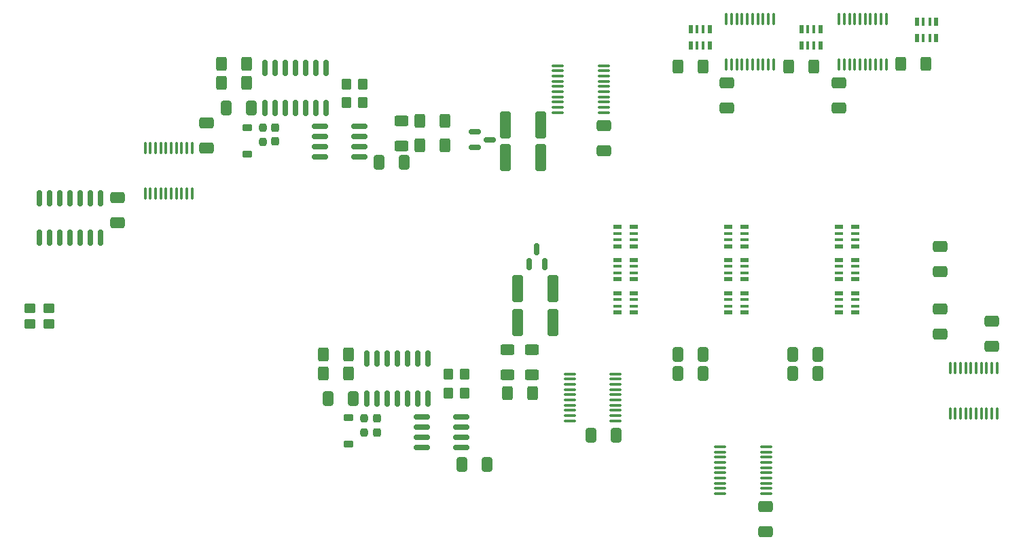
<source format=gbr>
%TF.GenerationSoftware,KiCad,Pcbnew,7.0.9*%
%TF.CreationDate,2024-01-13T22:18:07+01:00*%
%TF.ProjectId,HUB75HAT,48554237-3548-4415-942e-6b696361645f,rev?*%
%TF.SameCoordinates,Original*%
%TF.FileFunction,Paste,Bot*%
%TF.FilePolarity,Positive*%
%FSLAX46Y46*%
G04 Gerber Fmt 4.6, Leading zero omitted, Abs format (unit mm)*
G04 Created by KiCad (PCBNEW 7.0.9) date 2024-01-13 22:18:07*
%MOMM*%
%LPD*%
G01*
G04 APERTURE LIST*
G04 Aperture macros list*
%AMRoundRect*
0 Rectangle with rounded corners*
0 $1 Rounding radius*
0 $2 $3 $4 $5 $6 $7 $8 $9 X,Y pos of 4 corners*
0 Add a 4 corners polygon primitive as box body*
4,1,4,$2,$3,$4,$5,$6,$7,$8,$9,$2,$3,0*
0 Add four circle primitives for the rounded corners*
1,1,$1+$1,$2,$3*
1,1,$1+$1,$4,$5*
1,1,$1+$1,$6,$7*
1,1,$1+$1,$8,$9*
0 Add four rect primitives between the rounded corners*
20,1,$1+$1,$2,$3,$4,$5,0*
20,1,$1+$1,$4,$5,$6,$7,0*
20,1,$1+$1,$6,$7,$8,$9,0*
20,1,$1+$1,$8,$9,$2,$3,0*%
G04 Aperture macros list end*
%ADD10R,1.000000X0.500000*%
%ADD11R,1.000000X0.400000*%
%ADD12RoundRect,0.250000X-0.400000X-1.450000X0.400000X-1.450000X0.400000X1.450000X-0.400000X1.450000X0*%
%ADD13R,0.500000X1.000000*%
%ADD14R,0.400000X1.000000*%
%ADD15RoundRect,0.250000X-0.650000X0.412500X-0.650000X-0.412500X0.650000X-0.412500X0.650000X0.412500X0*%
%ADD16RoundRect,0.225000X0.375000X-0.225000X0.375000X0.225000X-0.375000X0.225000X-0.375000X-0.225000X0*%
%ADD17RoundRect,0.250000X0.625000X-0.400000X0.625000X0.400000X-0.625000X0.400000X-0.625000X-0.400000X0*%
%ADD18RoundRect,0.150000X0.150000X-0.825000X0.150000X0.825000X-0.150000X0.825000X-0.150000X-0.825000X0*%
%ADD19RoundRect,0.250000X-0.400000X-0.625000X0.400000X-0.625000X0.400000X0.625000X-0.400000X0.625000X0*%
%ADD20RoundRect,0.250000X0.412500X0.650000X-0.412500X0.650000X-0.412500X-0.650000X0.412500X-0.650000X0*%
%ADD21RoundRect,0.250000X-0.412500X-0.650000X0.412500X-0.650000X0.412500X0.650000X-0.412500X0.650000X0*%
%ADD22RoundRect,0.250000X-0.350000X-0.450000X0.350000X-0.450000X0.350000X0.450000X-0.350000X0.450000X0*%
%ADD23RoundRect,0.250000X-0.625000X0.400000X-0.625000X-0.400000X0.625000X-0.400000X0.625000X0.400000X0*%
%ADD24RoundRect,0.237500X0.237500X-0.250000X0.237500X0.250000X-0.237500X0.250000X-0.237500X-0.250000X0*%
%ADD25RoundRect,0.250000X0.650000X-0.412500X0.650000X0.412500X-0.650000X0.412500X-0.650000X-0.412500X0*%
%ADD26RoundRect,0.100000X-0.637500X-0.100000X0.637500X-0.100000X0.637500X0.100000X-0.637500X0.100000X0*%
%ADD27RoundRect,0.250000X0.400000X0.625000X-0.400000X0.625000X-0.400000X-0.625000X0.400000X-0.625000X0*%
%ADD28RoundRect,0.250000X0.400000X1.450000X-0.400000X1.450000X-0.400000X-1.450000X0.400000X-1.450000X0*%
%ADD29RoundRect,0.237500X-0.237500X0.300000X-0.237500X-0.300000X0.237500X-0.300000X0.237500X0.300000X0*%
%ADD30RoundRect,0.150000X-0.150000X0.825000X-0.150000X-0.825000X0.150000X-0.825000X0.150000X0.825000X0*%
%ADD31RoundRect,0.150000X0.150000X-0.587500X0.150000X0.587500X-0.150000X0.587500X-0.150000X-0.587500X0*%
%ADD32RoundRect,0.100000X-0.100000X0.637500X-0.100000X-0.637500X0.100000X-0.637500X0.100000X0.637500X0*%
%ADD33RoundRect,0.100000X0.100000X-0.637500X0.100000X0.637500X-0.100000X0.637500X-0.100000X-0.637500X0*%
%ADD34RoundRect,0.250000X-0.450000X0.350000X-0.450000X-0.350000X0.450000X-0.350000X0.450000X0.350000X0*%
%ADD35RoundRect,0.150000X-0.587500X-0.150000X0.587500X-0.150000X0.587500X0.150000X-0.587500X0.150000X0*%
%ADD36RoundRect,0.150000X-0.825000X-0.150000X0.825000X-0.150000X0.825000X0.150000X-0.825000X0.150000X0*%
G04 APERTURE END LIST*
D10*
%TO.C,RN9*%
X95877000Y46710400D03*
D11*
X95877000Y45910400D03*
X95877000Y45110400D03*
D10*
X95877000Y44310400D03*
X93877000Y44310400D03*
D11*
X93877000Y45110400D03*
X93877000Y45910400D03*
D10*
X93877000Y46710400D03*
%TD*%
D12*
%TO.C,F3*%
X81401000Y34817000D03*
X85851000Y34817000D03*
%TD*%
D13*
%TO.C,RN4*%
X133594000Y70316800D03*
D14*
X132794000Y70316800D03*
X131994000Y70316800D03*
D13*
X131194000Y70316800D03*
X131194000Y72316800D03*
D14*
X131994000Y72316800D03*
X132794000Y72316800D03*
D13*
X133594000Y72316800D03*
%TD*%
D15*
%TO.C,C16*%
X112328000Y11868500D03*
X112328000Y8743500D03*
%TD*%
D16*
%TO.C,D4*%
X47710400Y55824800D03*
X47710400Y59124800D03*
%TD*%
D12*
%TO.C,F1*%
X79877000Y55376400D03*
X84327000Y55376400D03*
%TD*%
D10*
%TO.C,RN11*%
X95877000Y38480800D03*
D11*
X95877000Y37680800D03*
X95877000Y36880800D03*
D10*
X95877000Y36080800D03*
X93877000Y36080800D03*
D11*
X93877000Y36880800D03*
X93877000Y37680800D03*
D10*
X93877000Y38480800D03*
%TD*%
D17*
%TO.C,R11*%
X66912800Y56863600D03*
X66912800Y59963600D03*
%TD*%
D15*
%TO.C,C20*%
X121472000Y64700500D03*
X121472000Y61575500D03*
%TD*%
D18*
%TO.C,U7*%
X29422400Y45386400D03*
X28152400Y45386400D03*
X26882400Y45386400D03*
X25612400Y45386400D03*
X24342400Y45386400D03*
X23072400Y45386400D03*
X21802400Y45386400D03*
X21802400Y50336400D03*
X23072400Y50336400D03*
X24342400Y50336400D03*
X25612400Y50336400D03*
X26882400Y50336400D03*
X28152400Y50336400D03*
X29422400Y50336400D03*
%TD*%
D13*
%TO.C,RN12*%
X105360800Y69351600D03*
D14*
X104560800Y69351600D03*
X103760800Y69351600D03*
D13*
X102960800Y69351600D03*
X102960800Y71351600D03*
D14*
X103760800Y71351600D03*
X104560800Y71351600D03*
D13*
X105360800Y71351600D03*
%TD*%
D19*
%TO.C,R6*%
X44534800Y64712800D03*
X47634800Y64712800D03*
%TD*%
D20*
%TO.C,C13*%
X60956900Y25342800D03*
X57831900Y25342800D03*
%TD*%
D21*
%TO.C,C14*%
X74443500Y17113200D03*
X77568500Y17113200D03*
%TD*%
D10*
%TO.C,RN5*%
X109683000Y46710400D03*
D11*
X109683000Y45910400D03*
X109683000Y45110400D03*
D10*
X109683000Y44310400D03*
X107683000Y44310400D03*
D11*
X107683000Y45110400D03*
X107683000Y45910400D03*
D10*
X107683000Y46710400D03*
%TD*%
D19*
%TO.C,R16*%
X57234800Y28492400D03*
X60334800Y28492400D03*
%TD*%
D22*
%TO.C,R14*%
X72770800Y28340000D03*
X74770800Y28340000D03*
%TD*%
D19*
%TO.C,R5*%
X101417600Y66694000D03*
X104517600Y66694000D03*
%TD*%
D23*
%TO.C,R19*%
X80171600Y31414000D03*
X80171600Y28314000D03*
%TD*%
D21*
%TO.C,C6*%
X101418300Y30829200D03*
X104543300Y30829200D03*
%TD*%
D15*
%TO.C,C7*%
X31505200Y50362600D03*
X31505200Y47237600D03*
%TD*%
D24*
%TO.C,R8*%
X49691600Y57296000D03*
X49691600Y59121000D03*
%TD*%
D25*
%TO.C,C1*%
X134045000Y41128500D03*
X134045000Y44253500D03*
%TD*%
D21*
%TO.C,C3*%
X115680800Y28441600D03*
X118805800Y28441600D03*
%TD*%
D26*
%TO.C,U5*%
X86420000Y60986000D03*
X86420000Y61636000D03*
X86420000Y62286000D03*
X86420000Y62936000D03*
X86420000Y63586000D03*
X86420000Y64236000D03*
X86420000Y64886000D03*
X86420000Y65536000D03*
X86420000Y66186000D03*
X86420000Y66836000D03*
X92145000Y66836000D03*
X92145000Y66186000D03*
X92145000Y65536000D03*
X92145000Y64886000D03*
X92145000Y64236000D03*
X92145000Y63586000D03*
X92145000Y62936000D03*
X92145000Y62286000D03*
X92145000Y61636000D03*
X92145000Y60986000D03*
%TD*%
D10*
%TO.C,RN10*%
X95877000Y42595600D03*
D11*
X95877000Y41795600D03*
X95877000Y40995600D03*
D10*
X95877000Y40195600D03*
X93877000Y40195600D03*
D11*
X93877000Y40995600D03*
X93877000Y41795600D03*
D10*
X93877000Y42595600D03*
%TD*%
D13*
%TO.C,RN8*%
X119166800Y69351600D03*
D14*
X118366800Y69351600D03*
X117566800Y69351600D03*
D13*
X116766800Y69351600D03*
X116766800Y71351600D03*
D14*
X117566800Y71351600D03*
X118366800Y71351600D03*
D13*
X119166800Y71351600D03*
%TD*%
D27*
%TO.C,R10*%
X72323600Y59937600D03*
X69223600Y59937600D03*
%TD*%
%TO.C,R21*%
X83245600Y26003200D03*
X80145600Y26003200D03*
%TD*%
D19*
%TO.C,R18*%
X57234800Y30829200D03*
X60334800Y30829200D03*
%TD*%
D28*
%TO.C,F4*%
X85851000Y39008000D03*
X81401000Y39008000D03*
%TD*%
D29*
%TO.C,C15*%
X63864800Y22853600D03*
X63864800Y21128600D03*
%TD*%
D21*
%TO.C,C12*%
X64131100Y54756000D03*
X67256100Y54756000D03*
%TD*%
D30*
%TO.C,U9*%
X49945600Y66527400D03*
X51215600Y66527400D03*
X52485600Y66527400D03*
X53755600Y66527400D03*
X55025600Y66527400D03*
X56295600Y66527400D03*
X57565600Y66527400D03*
X57565600Y61577400D03*
X56295600Y61577400D03*
X55025600Y61577400D03*
X53755600Y61577400D03*
X52485600Y61577400D03*
X51215600Y61577400D03*
X49945600Y61577400D03*
%TD*%
D15*
%TO.C,C19*%
X107502000Y64700500D03*
X107502000Y61575500D03*
%TD*%
D22*
%TO.C,R13*%
X60070800Y62223600D03*
X62070800Y62223600D03*
%TD*%
D28*
%TO.C,F2*%
X84327000Y59455000D03*
X79877000Y59455000D03*
%TD*%
D25*
%TO.C,C2*%
X134082000Y33381500D03*
X134082000Y36506500D03*
%TD*%
D30*
%TO.C,U11*%
X62645600Y30307000D03*
X63915600Y30307000D03*
X65185600Y30307000D03*
X66455600Y30307000D03*
X67725600Y30307000D03*
X68995600Y30307000D03*
X70265600Y30307000D03*
X70265600Y25357000D03*
X68995600Y25357000D03*
X67725600Y25357000D03*
X66455600Y25357000D03*
X65185600Y25357000D03*
X63915600Y25357000D03*
X62645600Y25357000D03*
%TD*%
D24*
%TO.C,R17*%
X62290000Y21079400D03*
X62290000Y22904400D03*
%TD*%
D10*
%TO.C,RN1*%
X123488000Y46710400D03*
D11*
X123488000Y45910400D03*
X123488000Y45110400D03*
D10*
X123488000Y44310400D03*
X121488000Y44310400D03*
D11*
X121488000Y45110400D03*
X121488000Y45910400D03*
D10*
X121488000Y46710400D03*
%TD*%
D16*
%TO.C,D10*%
X60308800Y19628800D03*
X60308800Y22928800D03*
%TD*%
D31*
%TO.C,D11*%
X84764000Y42056000D03*
X82864000Y42056000D03*
X83814000Y43931000D03*
%TD*%
D26*
%TO.C,U6*%
X87893200Y22559200D03*
X87893200Y23209200D03*
X87893200Y23859200D03*
X87893200Y24509200D03*
X87893200Y25159200D03*
X87893200Y25809200D03*
X87893200Y26459200D03*
X87893200Y27109200D03*
X87893200Y27759200D03*
X87893200Y28409200D03*
X93618200Y28409200D03*
X93618200Y27759200D03*
X93618200Y27109200D03*
X93618200Y26459200D03*
X93618200Y25809200D03*
X93618200Y25159200D03*
X93618200Y24509200D03*
X93618200Y23859200D03*
X93618200Y23209200D03*
X93618200Y22559200D03*
%TD*%
%TO.C,U4*%
X106671500Y13477000D03*
X106671500Y14127000D03*
X106671500Y14777000D03*
X106671500Y15427000D03*
X106671500Y16077000D03*
X106671500Y16727000D03*
X106671500Y17377000D03*
X106671500Y18027000D03*
X106671500Y18677000D03*
X106671500Y19327000D03*
X112396500Y19327000D03*
X112396500Y18677000D03*
X112396500Y18027000D03*
X112396500Y17377000D03*
X112396500Y16727000D03*
X112396500Y16077000D03*
X112396500Y15427000D03*
X112396500Y14777000D03*
X112396500Y14127000D03*
X112396500Y13477000D03*
%TD*%
D22*
%TO.C,R12*%
X60070800Y64560400D03*
X62070800Y64560400D03*
%TD*%
D19*
%TO.C,R7*%
X44534800Y67049600D03*
X47634800Y67049600D03*
%TD*%
D15*
%TO.C,C9*%
X92135000Y59366500D03*
X92135000Y56241500D03*
%TD*%
D32*
%TO.C,U3*%
X107442000Y72673000D03*
X108092000Y72673000D03*
X108742000Y72673000D03*
X109392000Y72673000D03*
X110042000Y72673000D03*
X110692000Y72673000D03*
X111342000Y72673000D03*
X111992000Y72673000D03*
X112642000Y72673000D03*
X113292000Y72673000D03*
X113292000Y66948000D03*
X112642000Y66948000D03*
X111992000Y66948000D03*
X111342000Y66948000D03*
X110692000Y66948000D03*
X110042000Y66948000D03*
X109392000Y66948000D03*
X108742000Y66948000D03*
X108092000Y66948000D03*
X107442000Y66948000D03*
%TD*%
%TO.C,U2*%
X121494000Y72673000D03*
X122144000Y72673000D03*
X122794000Y72673000D03*
X123444000Y72673000D03*
X124094000Y72673000D03*
X124744000Y72673000D03*
X125394000Y72673000D03*
X126044000Y72673000D03*
X126694000Y72673000D03*
X127344000Y72673000D03*
X127344000Y66948000D03*
X126694000Y66948000D03*
X126044000Y66948000D03*
X125394000Y66948000D03*
X124744000Y66948000D03*
X124094000Y66948000D03*
X123444000Y66948000D03*
X122794000Y66948000D03*
X122144000Y66948000D03*
X121494000Y66948000D03*
%TD*%
D25*
%TO.C,C18*%
X42630400Y56546300D03*
X42630400Y59671300D03*
%TD*%
D33*
%TO.C,U1*%
X141161000Y23445500D03*
X140511000Y23445500D03*
X139861000Y23445500D03*
X139211000Y23445500D03*
X138561000Y23445500D03*
X137911000Y23445500D03*
X137261000Y23445500D03*
X136611000Y23445500D03*
X135961000Y23445500D03*
X135311000Y23445500D03*
X135311000Y29170500D03*
X135961000Y29170500D03*
X136611000Y29170500D03*
X137261000Y29170500D03*
X137911000Y29170500D03*
X138561000Y29170500D03*
X139211000Y29170500D03*
X139861000Y29170500D03*
X140511000Y29170500D03*
X141161000Y29170500D03*
%TD*%
D34*
%TO.C,R2*%
X23021600Y36604400D03*
X23021600Y34604400D03*
%TD*%
D10*
%TO.C,RN6*%
X109683000Y42595600D03*
D11*
X109683000Y41795600D03*
X109683000Y40995600D03*
D10*
X109683000Y40195600D03*
X107683000Y40195600D03*
D11*
X107683000Y40995600D03*
X107683000Y41795600D03*
D10*
X107683000Y42595600D03*
%TD*%
%TO.C,RN2*%
X123488000Y42595600D03*
D11*
X123488000Y41795600D03*
X123488000Y40995600D03*
D10*
X123488000Y40195600D03*
X121488000Y40195600D03*
D11*
X121488000Y40995600D03*
X121488000Y41795600D03*
D10*
X121488000Y42595600D03*
%TD*%
D20*
%TO.C,C17*%
X93672100Y20770800D03*
X90547100Y20770800D03*
%TD*%
D10*
%TO.C,RN7*%
X109683000Y38480800D03*
D11*
X109683000Y37680800D03*
X109683000Y36880800D03*
D10*
X109683000Y36080800D03*
X107683000Y36080800D03*
D11*
X107683000Y36880800D03*
X107683000Y37680800D03*
D10*
X107683000Y38480800D03*
%TD*%
D22*
%TO.C,R15*%
X72770800Y26003200D03*
X74770800Y26003200D03*
%TD*%
D19*
%TO.C,R3*%
X129167600Y67049600D03*
X132267600Y67049600D03*
%TD*%
D10*
%TO.C,RN3*%
X123488000Y38480800D03*
D11*
X123488000Y37680800D03*
X123488000Y36880800D03*
D10*
X123488000Y36080800D03*
X121488000Y36080800D03*
D11*
X121488000Y36880800D03*
X121488000Y37680800D03*
D10*
X121488000Y38480800D03*
%TD*%
D34*
%TO.C,R1*%
X20634000Y36604400D03*
X20634000Y34604400D03*
%TD*%
D35*
%TO.C,D5*%
X76053700Y56661600D03*
X76053700Y58561600D03*
X77928700Y57611600D03*
%TD*%
D21*
%TO.C,C5*%
X101418300Y28441600D03*
X104543300Y28441600D03*
%TD*%
%TO.C,C4*%
X115693100Y30829200D03*
X118818100Y30829200D03*
%TD*%
D29*
%TO.C,C10*%
X51215600Y59124800D03*
X51215600Y57399800D03*
%TD*%
D25*
%TO.C,C21*%
X140522000Y31857500D03*
X140522000Y34982500D03*
%TD*%
D19*
%TO.C,R9*%
X69223600Y56889600D03*
X72323600Y56889600D03*
%TD*%
%TO.C,R4*%
X115223600Y66694000D03*
X118323600Y66694000D03*
%TD*%
D17*
%TO.C,R20*%
X83219600Y28314000D03*
X83219600Y31414000D03*
%TD*%
D36*
%TO.C,U12*%
X69452800Y19246800D03*
X69452800Y20516800D03*
X69452800Y21786800D03*
X69452800Y23056800D03*
X74402800Y23056800D03*
X74402800Y21786800D03*
X74402800Y20516800D03*
X74402800Y19246800D03*
%TD*%
D33*
%TO.C,U8*%
X40831000Y50877500D03*
X40181000Y50877500D03*
X39531000Y50877500D03*
X38881000Y50877500D03*
X38231000Y50877500D03*
X37581000Y50877500D03*
X36931000Y50877500D03*
X36281000Y50877500D03*
X35631000Y50877500D03*
X34981000Y50877500D03*
X34981000Y56602500D03*
X35631000Y56602500D03*
X36281000Y56602500D03*
X36931000Y56602500D03*
X37581000Y56602500D03*
X38231000Y56602500D03*
X38881000Y56602500D03*
X39531000Y56602500D03*
X40181000Y56602500D03*
X40831000Y56602500D03*
%TD*%
D20*
%TO.C,C11*%
X48256900Y61563200D03*
X45131900Y61563200D03*
%TD*%
D36*
%TO.C,U10*%
X56752800Y55467200D03*
X56752800Y56737200D03*
X56752800Y58007200D03*
X56752800Y59277200D03*
X61702800Y59277200D03*
X61702800Y58007200D03*
X61702800Y56737200D03*
X61702800Y55467200D03*
%TD*%
M02*

</source>
